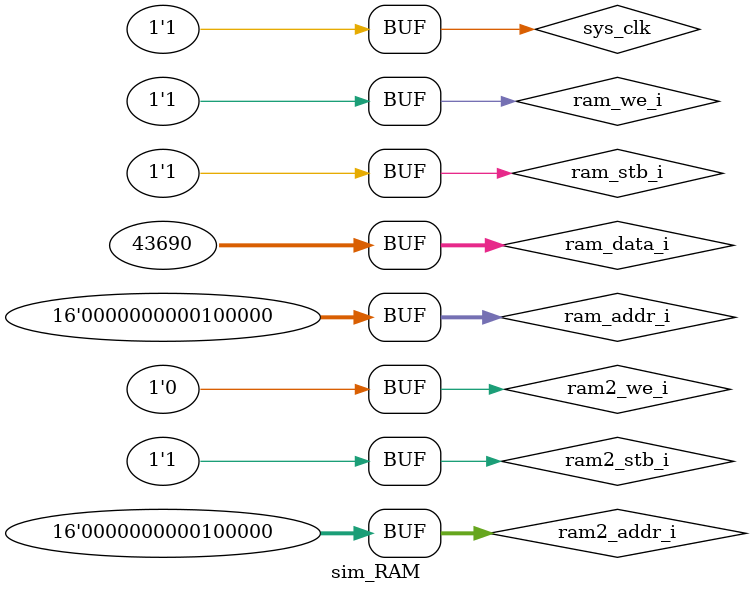
<source format=v>
module sim_RAM;
 	reg sys_clk;
	
	// RAM port1 instructions
	reg		        ram_stb_i;
	wire 		 	ram_ack_o;
	reg	 			ram_we_i;
	reg	 	 [15:0]	ram_addr_i;
	reg	 	 [31:0] ram_data_i;
	wire 	 [31:0] ram_data_o;
	
	// RAM port2 data
	reg	   	  	    ram2_stb_i;
	wire 		    ram2_ack_o;
	reg	  	        ram2_we_i;
	reg	 	 [15:0]	ram2_addr_i;
	reg	 	 [31:0] ram2_data_i;
	wire 	 [31:0] ram2_data_o;
	
	RAM dut(
		sys_clk,

		// RAM port1 instructions
		ram_stb_i,
		ram_ack_o,
		ram_we_i,
		ram_addr_i,
		ram_data_i,
		ram_data_o,

		// RAM port2 data
		ram2_stb_i,
		ram2_ack_o,
		ram2_we_i,
		ram2_addr_i,
		ram2_data_i,
		ram2_data_o
	);
	
	initial begin
		sys_clk 	= 1'b1;
		ram_stb_i	= 1'b1;
		ram_we_i	= 1'b1;
		ram_addr_i	= 16'h20;
		ram_data_i 	= 32'hAAAA;
		
/*		# 100 sys_clk 	= 1'b0;
		# 100 sys_clk 	= 1'b1;*/
		
		ram2_stb_i	= 1'b1;
		ram2_we_i	= 1'b0;
		ram2_addr_i	= 16'h20;

		# 100 sys_clk 	= 1'b0;
		# 100 sys_clk 	= 1'b1;
/*		# 100 sys_clk 	= 1'b0;
		# 100 sys_clk 	= 1'b1;*/
		
		
	end
endmodule

</source>
